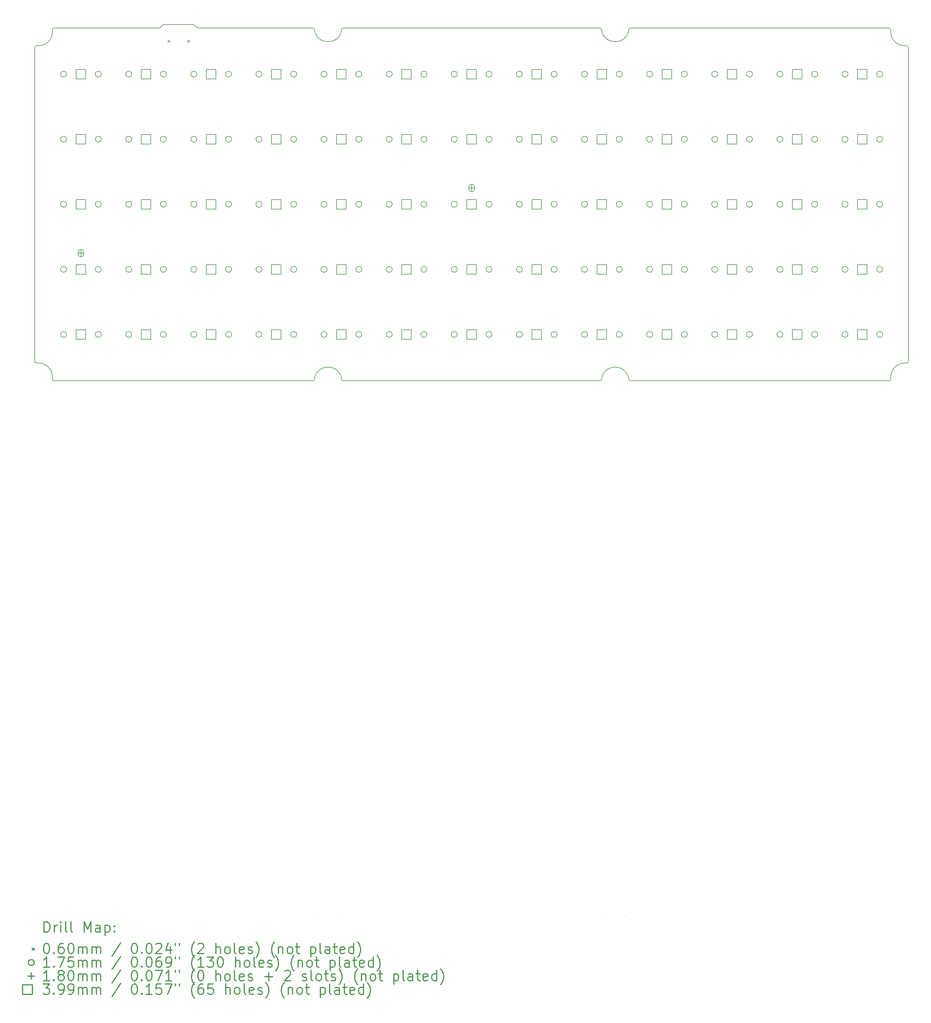
<source format=gbr>
%FSLAX45Y45*%
G04 Gerber Fmt 4.5, Leading zero omitted, Abs format (unit mm)*
G04 Created by KiCad (PCBNEW 5.1.9+dfsg1-1) date 2021-12-29 06:26:32*
%MOMM*%
%LPD*%
G01*
G04 APERTURE LIST*
%TA.AperFunction,Profile*%
%ADD10C,0.200000*%
%TD*%
%ADD11C,0.200000*%
%ADD12C,0.300000*%
G04 APERTURE END LIST*
D10*
X18514479Y-13103060D02*
X11008906Y-13103060D01*
X19408906Y-2778060D02*
X26977035Y-2778060D01*
X27027035Y-12985903D02*
X27027035Y-13053060D01*
X27027035Y-12985903D02*
G75*
G02*
X27427035Y-12585903I400000J0D01*
G01*
X27494193Y-12585903D02*
X27427035Y-12585903D01*
X27544193Y-12535903D02*
G75*
G02*
X27494193Y-12585903I-50000J0D01*
G01*
X19359216Y-2822504D02*
G75*
G02*
X18564170Y-2822504I-397523J44444D01*
G01*
X5668482Y-2748771D02*
X5739193Y-2678060D01*
X10114479Y-2778060D02*
G75*
G02*
X10164170Y-2822504I0J-50000D01*
G01*
X27494193Y-3295217D02*
G75*
G02*
X27544193Y-3345217I0J-50000D01*
G01*
X11008906Y-2778060D02*
X18514479Y-2778060D01*
X6639193Y-2678060D02*
X6709903Y-2748771D01*
X19408906Y-13103060D02*
G75*
G02*
X19359216Y-13058615I0J50000D01*
G01*
X26977035Y-13103060D02*
X19408906Y-13103060D01*
X19359216Y-2822504D02*
G75*
G02*
X19408906Y-2778060I49690J-5556D01*
G01*
X2496350Y-2895217D02*
G75*
G02*
X2096350Y-3295217I-400000J0D01*
G01*
X2096350Y-12585903D02*
X2029193Y-12585903D01*
X27544193Y-3345217D02*
X27544193Y-12535903D01*
X10255343Y-28767900D02*
X10255343Y-28767900D01*
X19255343Y-28767900D02*
X19255343Y-28767900D01*
X10855343Y-28767900D02*
X10855343Y-28767900D01*
X10959216Y-2822504D02*
G75*
G02*
X10164170Y-2822504I-397523J44444D01*
G01*
X10164170Y-13058616D02*
G75*
G02*
X10114479Y-13103060I-49690J5556D01*
G01*
X27427035Y-3295217D02*
X27494193Y-3295217D01*
X1979193Y-12535903D02*
X1979193Y-3345217D01*
X2496350Y-13053060D02*
X2496350Y-12985903D01*
X10114479Y-13103060D02*
X2546350Y-13103060D01*
X18514479Y-2778060D02*
G75*
G02*
X18564170Y-2822504I0J-50000D01*
G01*
X11008906Y-13103060D02*
G75*
G02*
X10959216Y-13058615I0J50000D01*
G01*
X18564170Y-13058616D02*
G75*
G02*
X19359216Y-13058615I397523J-44444D01*
G01*
X27027035Y-13053060D02*
G75*
G02*
X26977035Y-13103060I-50000J0D01*
G01*
X2029193Y-12585903D02*
G75*
G02*
X1979193Y-12535903I0J50000D01*
G01*
X2096350Y-12585903D02*
G75*
G02*
X2496350Y-12985903I0J-400000D01*
G01*
X2496350Y-2895217D02*
X2496350Y-2828060D01*
X2496350Y-2828060D02*
G75*
G02*
X2546350Y-2778060I50000J0D01*
G01*
X2029193Y-3295217D02*
X2096350Y-3295217D01*
X1979193Y-3345217D02*
G75*
G02*
X2029193Y-3295217I50000J0D01*
G01*
X5739193Y-2678060D02*
X6639193Y-2678060D01*
X10164170Y-13058616D02*
G75*
G02*
X10959216Y-13058615I397523J-44444D01*
G01*
X5668482Y-2748771D02*
G75*
G02*
X5597771Y-2778060I-70711J70711D01*
G01*
X10959216Y-2822504D02*
G75*
G02*
X11008906Y-2778060I49690J-5556D01*
G01*
X18564170Y-13058616D02*
G75*
G02*
X18514479Y-13103060I-49690J5556D01*
G01*
X2546350Y-2778060D02*
X5597771Y-2778060D01*
X6780614Y-2778060D02*
G75*
G02*
X6709903Y-2748771I0J100000D01*
G01*
X26977035Y-2778060D02*
G75*
G02*
X27027035Y-2828060I0J-50000D01*
G01*
X27027035Y-2828060D02*
X27027035Y-2895217D01*
X6780614Y-2778060D02*
X10114479Y-2778060D01*
X27427035Y-3295217D02*
G75*
G02*
X27027035Y-2895217I0J400000D01*
G01*
X18655343Y-28767900D02*
X18655343Y-28767900D01*
X2546350Y-13103060D02*
G75*
G02*
X2496350Y-13053060I0J50000D01*
G01*
D11*
X5872250Y-3137600D02*
X5932250Y-3197600D01*
X5932250Y-3137600D02*
X5872250Y-3197600D01*
X6450250Y-3137600D02*
X6510250Y-3197600D01*
X6510250Y-3137600D02*
X6450250Y-3197600D01*
X2913250Y-4127500D02*
G75*
G03*
X2913250Y-4127500I-87500J0D01*
G01*
X2913250Y-6032500D02*
G75*
G03*
X2913250Y-6032500I-87500J0D01*
G01*
X2913250Y-7937500D02*
G75*
G03*
X2913250Y-7937500I-87500J0D01*
G01*
X2913250Y-9842500D02*
G75*
G03*
X2913250Y-9842500I-87500J0D01*
G01*
X2913250Y-11747500D02*
G75*
G03*
X2913250Y-11747500I-87500J0D01*
G01*
X3929250Y-4127500D02*
G75*
G03*
X3929250Y-4127500I-87500J0D01*
G01*
X3929250Y-6032500D02*
G75*
G03*
X3929250Y-6032500I-87500J0D01*
G01*
X3929250Y-7937500D02*
G75*
G03*
X3929250Y-7937500I-87500J0D01*
G01*
X3929250Y-9842500D02*
G75*
G03*
X3929250Y-9842500I-87500J0D01*
G01*
X3929250Y-11747500D02*
G75*
G03*
X3929250Y-11747500I-87500J0D01*
G01*
X4818250Y-4127500D02*
G75*
G03*
X4818250Y-4127500I-87500J0D01*
G01*
X4818250Y-6032500D02*
G75*
G03*
X4818250Y-6032500I-87500J0D01*
G01*
X4818250Y-7937500D02*
G75*
G03*
X4818250Y-7937500I-87500J0D01*
G01*
X4818250Y-9842500D02*
G75*
G03*
X4818250Y-9842500I-87500J0D01*
G01*
X4818250Y-11747500D02*
G75*
G03*
X4818250Y-11747500I-87500J0D01*
G01*
X5834250Y-4127500D02*
G75*
G03*
X5834250Y-4127500I-87500J0D01*
G01*
X5834250Y-6032500D02*
G75*
G03*
X5834250Y-6032500I-87500J0D01*
G01*
X5834250Y-7937500D02*
G75*
G03*
X5834250Y-7937500I-87500J0D01*
G01*
X5834250Y-9842500D02*
G75*
G03*
X5834250Y-9842500I-87500J0D01*
G01*
X5834250Y-11747500D02*
G75*
G03*
X5834250Y-11747500I-87500J0D01*
G01*
X6723250Y-4127500D02*
G75*
G03*
X6723250Y-4127500I-87500J0D01*
G01*
X6723250Y-6032500D02*
G75*
G03*
X6723250Y-6032500I-87500J0D01*
G01*
X6723250Y-7937500D02*
G75*
G03*
X6723250Y-7937500I-87500J0D01*
G01*
X6723250Y-9842500D02*
G75*
G03*
X6723250Y-9842500I-87500J0D01*
G01*
X6723250Y-11747500D02*
G75*
G03*
X6723250Y-11747500I-87500J0D01*
G01*
X7739250Y-4127500D02*
G75*
G03*
X7739250Y-4127500I-87500J0D01*
G01*
X7739250Y-6032500D02*
G75*
G03*
X7739250Y-6032500I-87500J0D01*
G01*
X7739250Y-7937500D02*
G75*
G03*
X7739250Y-7937500I-87500J0D01*
G01*
X7739250Y-9842500D02*
G75*
G03*
X7739250Y-9842500I-87500J0D01*
G01*
X7739250Y-11747500D02*
G75*
G03*
X7739250Y-11747500I-87500J0D01*
G01*
X8628250Y-4127500D02*
G75*
G03*
X8628250Y-4127500I-87500J0D01*
G01*
X8628250Y-6032500D02*
G75*
G03*
X8628250Y-6032500I-87500J0D01*
G01*
X8628250Y-7937500D02*
G75*
G03*
X8628250Y-7937500I-87500J0D01*
G01*
X8628250Y-9842500D02*
G75*
G03*
X8628250Y-9842500I-87500J0D01*
G01*
X8628250Y-11747500D02*
G75*
G03*
X8628250Y-11747500I-87500J0D01*
G01*
X9644250Y-4127500D02*
G75*
G03*
X9644250Y-4127500I-87500J0D01*
G01*
X9644250Y-6032500D02*
G75*
G03*
X9644250Y-6032500I-87500J0D01*
G01*
X9644250Y-7937500D02*
G75*
G03*
X9644250Y-7937500I-87500J0D01*
G01*
X9644250Y-9842500D02*
G75*
G03*
X9644250Y-9842500I-87500J0D01*
G01*
X9644250Y-11747500D02*
G75*
G03*
X9644250Y-11747500I-87500J0D01*
G01*
X10533250Y-4127500D02*
G75*
G03*
X10533250Y-4127500I-87500J0D01*
G01*
X10533250Y-6032500D02*
G75*
G03*
X10533250Y-6032500I-87500J0D01*
G01*
X10533250Y-7937500D02*
G75*
G03*
X10533250Y-7937500I-87500J0D01*
G01*
X10533250Y-9842500D02*
G75*
G03*
X10533250Y-9842500I-87500J0D01*
G01*
X10533250Y-11747500D02*
G75*
G03*
X10533250Y-11747500I-87500J0D01*
G01*
X11549250Y-4127500D02*
G75*
G03*
X11549250Y-4127500I-87500J0D01*
G01*
X11549250Y-6032500D02*
G75*
G03*
X11549250Y-6032500I-87500J0D01*
G01*
X11549250Y-7937500D02*
G75*
G03*
X11549250Y-7937500I-87500J0D01*
G01*
X11549250Y-9842500D02*
G75*
G03*
X11549250Y-9842500I-87500J0D01*
G01*
X11549250Y-11747500D02*
G75*
G03*
X11549250Y-11747500I-87500J0D01*
G01*
X12438250Y-4127500D02*
G75*
G03*
X12438250Y-4127500I-87500J0D01*
G01*
X12438250Y-6032500D02*
G75*
G03*
X12438250Y-6032500I-87500J0D01*
G01*
X12438250Y-7937500D02*
G75*
G03*
X12438250Y-7937500I-87500J0D01*
G01*
X12438250Y-9842500D02*
G75*
G03*
X12438250Y-9842500I-87500J0D01*
G01*
X12438250Y-11747500D02*
G75*
G03*
X12438250Y-11747500I-87500J0D01*
G01*
X13454250Y-4127500D02*
G75*
G03*
X13454250Y-4127500I-87500J0D01*
G01*
X13454250Y-6032500D02*
G75*
G03*
X13454250Y-6032500I-87500J0D01*
G01*
X13454250Y-7937500D02*
G75*
G03*
X13454250Y-7937500I-87500J0D01*
G01*
X13454250Y-9842500D02*
G75*
G03*
X13454250Y-9842500I-87500J0D01*
G01*
X13454250Y-11747500D02*
G75*
G03*
X13454250Y-11747500I-87500J0D01*
G01*
X14343250Y-4127500D02*
G75*
G03*
X14343250Y-4127500I-87500J0D01*
G01*
X14343250Y-6032500D02*
G75*
G03*
X14343250Y-6032500I-87500J0D01*
G01*
X14343250Y-7937500D02*
G75*
G03*
X14343250Y-7937500I-87500J0D01*
G01*
X14343250Y-9842500D02*
G75*
G03*
X14343250Y-9842500I-87500J0D01*
G01*
X14343250Y-11747500D02*
G75*
G03*
X14343250Y-11747500I-87500J0D01*
G01*
X15359250Y-4127500D02*
G75*
G03*
X15359250Y-4127500I-87500J0D01*
G01*
X15359250Y-6032500D02*
G75*
G03*
X15359250Y-6032500I-87500J0D01*
G01*
X15359250Y-7937500D02*
G75*
G03*
X15359250Y-7937500I-87500J0D01*
G01*
X15359250Y-9842500D02*
G75*
G03*
X15359250Y-9842500I-87500J0D01*
G01*
X15359250Y-11747500D02*
G75*
G03*
X15359250Y-11747500I-87500J0D01*
G01*
X16248250Y-4127500D02*
G75*
G03*
X16248250Y-4127500I-87500J0D01*
G01*
X16248250Y-6032500D02*
G75*
G03*
X16248250Y-6032500I-87500J0D01*
G01*
X16248250Y-7937500D02*
G75*
G03*
X16248250Y-7937500I-87500J0D01*
G01*
X16248250Y-9842500D02*
G75*
G03*
X16248250Y-9842500I-87500J0D01*
G01*
X16248250Y-11747500D02*
G75*
G03*
X16248250Y-11747500I-87500J0D01*
G01*
X17264250Y-4127500D02*
G75*
G03*
X17264250Y-4127500I-87500J0D01*
G01*
X17264250Y-6032500D02*
G75*
G03*
X17264250Y-6032500I-87500J0D01*
G01*
X17264250Y-7937500D02*
G75*
G03*
X17264250Y-7937500I-87500J0D01*
G01*
X17264250Y-9842500D02*
G75*
G03*
X17264250Y-9842500I-87500J0D01*
G01*
X17264250Y-11747500D02*
G75*
G03*
X17264250Y-11747500I-87500J0D01*
G01*
X18153250Y-4127500D02*
G75*
G03*
X18153250Y-4127500I-87500J0D01*
G01*
X18153250Y-6032500D02*
G75*
G03*
X18153250Y-6032500I-87500J0D01*
G01*
X18153250Y-7937500D02*
G75*
G03*
X18153250Y-7937500I-87500J0D01*
G01*
X18153250Y-9842500D02*
G75*
G03*
X18153250Y-9842500I-87500J0D01*
G01*
X18153250Y-11747500D02*
G75*
G03*
X18153250Y-11747500I-87500J0D01*
G01*
X19169250Y-4127500D02*
G75*
G03*
X19169250Y-4127500I-87500J0D01*
G01*
X19169250Y-6032500D02*
G75*
G03*
X19169250Y-6032500I-87500J0D01*
G01*
X19169250Y-7937500D02*
G75*
G03*
X19169250Y-7937500I-87500J0D01*
G01*
X19169250Y-9842500D02*
G75*
G03*
X19169250Y-9842500I-87500J0D01*
G01*
X19169250Y-11747500D02*
G75*
G03*
X19169250Y-11747500I-87500J0D01*
G01*
X20058250Y-4127500D02*
G75*
G03*
X20058250Y-4127500I-87500J0D01*
G01*
X20058250Y-6032500D02*
G75*
G03*
X20058250Y-6032500I-87500J0D01*
G01*
X20058250Y-7937500D02*
G75*
G03*
X20058250Y-7937500I-87500J0D01*
G01*
X20058250Y-9842500D02*
G75*
G03*
X20058250Y-9842500I-87500J0D01*
G01*
X20058250Y-11747500D02*
G75*
G03*
X20058250Y-11747500I-87500J0D01*
G01*
X21074250Y-4127500D02*
G75*
G03*
X21074250Y-4127500I-87500J0D01*
G01*
X21074250Y-6032500D02*
G75*
G03*
X21074250Y-6032500I-87500J0D01*
G01*
X21074250Y-7937500D02*
G75*
G03*
X21074250Y-7937500I-87500J0D01*
G01*
X21074250Y-9842500D02*
G75*
G03*
X21074250Y-9842500I-87500J0D01*
G01*
X21074250Y-11747500D02*
G75*
G03*
X21074250Y-11747500I-87500J0D01*
G01*
X21963250Y-4127500D02*
G75*
G03*
X21963250Y-4127500I-87500J0D01*
G01*
X21963250Y-6032500D02*
G75*
G03*
X21963250Y-6032500I-87500J0D01*
G01*
X21963250Y-7937500D02*
G75*
G03*
X21963250Y-7937500I-87500J0D01*
G01*
X21963250Y-9842500D02*
G75*
G03*
X21963250Y-9842500I-87500J0D01*
G01*
X21963250Y-11747500D02*
G75*
G03*
X21963250Y-11747500I-87500J0D01*
G01*
X22979250Y-4127500D02*
G75*
G03*
X22979250Y-4127500I-87500J0D01*
G01*
X22979250Y-6032500D02*
G75*
G03*
X22979250Y-6032500I-87500J0D01*
G01*
X22979250Y-7937500D02*
G75*
G03*
X22979250Y-7937500I-87500J0D01*
G01*
X22979250Y-9842500D02*
G75*
G03*
X22979250Y-9842500I-87500J0D01*
G01*
X22979250Y-11747500D02*
G75*
G03*
X22979250Y-11747500I-87500J0D01*
G01*
X23868250Y-4127500D02*
G75*
G03*
X23868250Y-4127500I-87500J0D01*
G01*
X23868250Y-6032500D02*
G75*
G03*
X23868250Y-6032500I-87500J0D01*
G01*
X23868250Y-7937500D02*
G75*
G03*
X23868250Y-7937500I-87500J0D01*
G01*
X23868250Y-9842500D02*
G75*
G03*
X23868250Y-9842500I-87500J0D01*
G01*
X23868250Y-11747500D02*
G75*
G03*
X23868250Y-11747500I-87500J0D01*
G01*
X24884250Y-4127500D02*
G75*
G03*
X24884250Y-4127500I-87500J0D01*
G01*
X24884250Y-6032500D02*
G75*
G03*
X24884250Y-6032500I-87500J0D01*
G01*
X24884250Y-7937500D02*
G75*
G03*
X24884250Y-7937500I-87500J0D01*
G01*
X24884250Y-9842500D02*
G75*
G03*
X24884250Y-9842500I-87500J0D01*
G01*
X24884250Y-11747500D02*
G75*
G03*
X24884250Y-11747500I-87500J0D01*
G01*
X25773250Y-4127500D02*
G75*
G03*
X25773250Y-4127500I-87500J0D01*
G01*
X25773250Y-6032500D02*
G75*
G03*
X25773250Y-6032500I-87500J0D01*
G01*
X25773250Y-7937500D02*
G75*
G03*
X25773250Y-7937500I-87500J0D01*
G01*
X25773250Y-9842500D02*
G75*
G03*
X25773250Y-9842500I-87500J0D01*
G01*
X25773250Y-11747500D02*
G75*
G03*
X25773250Y-11747500I-87500J0D01*
G01*
X26789250Y-4127500D02*
G75*
G03*
X26789250Y-4127500I-87500J0D01*
G01*
X26789250Y-6032500D02*
G75*
G03*
X26789250Y-6032500I-87500J0D01*
G01*
X26789250Y-7937500D02*
G75*
G03*
X26789250Y-7937500I-87500J0D01*
G01*
X26789250Y-9842500D02*
G75*
G03*
X26789250Y-9842500I-87500J0D01*
G01*
X26789250Y-11747500D02*
G75*
G03*
X26789250Y-11747500I-87500J0D01*
G01*
X3333750Y-9276250D02*
X3333750Y-9456250D01*
X3243750Y-9366250D02*
X3423750Y-9366250D01*
X3253750Y-9336250D02*
X3253750Y-9396250D01*
X3413750Y-9336250D02*
X3413750Y-9396250D01*
X3253750Y-9396250D02*
G75*
G03*
X3413750Y-9396250I80000J0D01*
G01*
X3413750Y-9336250D02*
G75*
G03*
X3253750Y-9336250I-80000J0D01*
G01*
X14763750Y-7371250D02*
X14763750Y-7551250D01*
X14673750Y-7461250D02*
X14853750Y-7461250D01*
X14683750Y-7431250D02*
X14683750Y-7491250D01*
X14843750Y-7431250D02*
X14843750Y-7491250D01*
X14683750Y-7491250D02*
G75*
G03*
X14843750Y-7491250I80000J0D01*
G01*
X14843750Y-7431250D02*
G75*
G03*
X14683750Y-7431250I-80000J0D01*
G01*
X3474741Y-4268491D02*
X3474741Y-3986509D01*
X3192759Y-3986509D01*
X3192759Y-4268491D01*
X3474741Y-4268491D01*
X3474741Y-6173491D02*
X3474741Y-5891509D01*
X3192759Y-5891509D01*
X3192759Y-6173491D01*
X3474741Y-6173491D01*
X3474741Y-8078491D02*
X3474741Y-7796509D01*
X3192759Y-7796509D01*
X3192759Y-8078491D01*
X3474741Y-8078491D01*
X3474741Y-9983491D02*
X3474741Y-9701509D01*
X3192759Y-9701509D01*
X3192759Y-9983491D01*
X3474741Y-9983491D01*
X3474741Y-11888491D02*
X3474741Y-11606509D01*
X3192759Y-11606509D01*
X3192759Y-11888491D01*
X3474741Y-11888491D01*
X5379741Y-4268491D02*
X5379741Y-3986509D01*
X5097759Y-3986509D01*
X5097759Y-4268491D01*
X5379741Y-4268491D01*
X5379741Y-6173491D02*
X5379741Y-5891509D01*
X5097759Y-5891509D01*
X5097759Y-6173491D01*
X5379741Y-6173491D01*
X5379741Y-8078491D02*
X5379741Y-7796509D01*
X5097759Y-7796509D01*
X5097759Y-8078491D01*
X5379741Y-8078491D01*
X5379741Y-9983491D02*
X5379741Y-9701509D01*
X5097759Y-9701509D01*
X5097759Y-9983491D01*
X5379741Y-9983491D01*
X5379741Y-11888491D02*
X5379741Y-11606509D01*
X5097759Y-11606509D01*
X5097759Y-11888491D01*
X5379741Y-11888491D01*
X7284741Y-4268491D02*
X7284741Y-3986509D01*
X7002759Y-3986509D01*
X7002759Y-4268491D01*
X7284741Y-4268491D01*
X7284741Y-6173491D02*
X7284741Y-5891509D01*
X7002759Y-5891509D01*
X7002759Y-6173491D01*
X7284741Y-6173491D01*
X7284741Y-8078491D02*
X7284741Y-7796509D01*
X7002759Y-7796509D01*
X7002759Y-8078491D01*
X7284741Y-8078491D01*
X7284741Y-9983491D02*
X7284741Y-9701509D01*
X7002759Y-9701509D01*
X7002759Y-9983491D01*
X7284741Y-9983491D01*
X7284741Y-11888491D02*
X7284741Y-11606509D01*
X7002759Y-11606509D01*
X7002759Y-11888491D01*
X7284741Y-11888491D01*
X9189741Y-4268491D02*
X9189741Y-3986509D01*
X8907759Y-3986509D01*
X8907759Y-4268491D01*
X9189741Y-4268491D01*
X9189741Y-6173491D02*
X9189741Y-5891509D01*
X8907759Y-5891509D01*
X8907759Y-6173491D01*
X9189741Y-6173491D01*
X9189741Y-8078491D02*
X9189741Y-7796509D01*
X8907759Y-7796509D01*
X8907759Y-8078491D01*
X9189741Y-8078491D01*
X9189741Y-9983491D02*
X9189741Y-9701509D01*
X8907759Y-9701509D01*
X8907759Y-9983491D01*
X9189741Y-9983491D01*
X9189741Y-11888491D02*
X9189741Y-11606509D01*
X8907759Y-11606509D01*
X8907759Y-11888491D01*
X9189741Y-11888491D01*
X11094741Y-4268491D02*
X11094741Y-3986509D01*
X10812759Y-3986509D01*
X10812759Y-4268491D01*
X11094741Y-4268491D01*
X11094741Y-6173491D02*
X11094741Y-5891509D01*
X10812759Y-5891509D01*
X10812759Y-6173491D01*
X11094741Y-6173491D01*
X11094741Y-8078491D02*
X11094741Y-7796509D01*
X10812759Y-7796509D01*
X10812759Y-8078491D01*
X11094741Y-8078491D01*
X11094741Y-9983491D02*
X11094741Y-9701509D01*
X10812759Y-9701509D01*
X10812759Y-9983491D01*
X11094741Y-9983491D01*
X11094741Y-11888491D02*
X11094741Y-11606509D01*
X10812759Y-11606509D01*
X10812759Y-11888491D01*
X11094741Y-11888491D01*
X12999741Y-4268491D02*
X12999741Y-3986509D01*
X12717759Y-3986509D01*
X12717759Y-4268491D01*
X12999741Y-4268491D01*
X12999741Y-6173491D02*
X12999741Y-5891509D01*
X12717759Y-5891509D01*
X12717759Y-6173491D01*
X12999741Y-6173491D01*
X12999741Y-8078491D02*
X12999741Y-7796509D01*
X12717759Y-7796509D01*
X12717759Y-8078491D01*
X12999741Y-8078491D01*
X12999741Y-9983491D02*
X12999741Y-9701509D01*
X12717759Y-9701509D01*
X12717759Y-9983491D01*
X12999741Y-9983491D01*
X12999741Y-11888491D02*
X12999741Y-11606509D01*
X12717759Y-11606509D01*
X12717759Y-11888491D01*
X12999741Y-11888491D01*
X14904741Y-4268491D02*
X14904741Y-3986509D01*
X14622759Y-3986509D01*
X14622759Y-4268491D01*
X14904741Y-4268491D01*
X14904741Y-6173491D02*
X14904741Y-5891509D01*
X14622759Y-5891509D01*
X14622759Y-6173491D01*
X14904741Y-6173491D01*
X14904741Y-8078491D02*
X14904741Y-7796509D01*
X14622759Y-7796509D01*
X14622759Y-8078491D01*
X14904741Y-8078491D01*
X14904741Y-9983491D02*
X14904741Y-9701509D01*
X14622759Y-9701509D01*
X14622759Y-9983491D01*
X14904741Y-9983491D01*
X14904741Y-11888491D02*
X14904741Y-11606509D01*
X14622759Y-11606509D01*
X14622759Y-11888491D01*
X14904741Y-11888491D01*
X16809741Y-4268491D02*
X16809741Y-3986509D01*
X16527759Y-3986509D01*
X16527759Y-4268491D01*
X16809741Y-4268491D01*
X16809741Y-6173491D02*
X16809741Y-5891509D01*
X16527759Y-5891509D01*
X16527759Y-6173491D01*
X16809741Y-6173491D01*
X16809741Y-8078491D02*
X16809741Y-7796509D01*
X16527759Y-7796509D01*
X16527759Y-8078491D01*
X16809741Y-8078491D01*
X16809741Y-9983491D02*
X16809741Y-9701509D01*
X16527759Y-9701509D01*
X16527759Y-9983491D01*
X16809741Y-9983491D01*
X16809741Y-11888491D02*
X16809741Y-11606509D01*
X16527759Y-11606509D01*
X16527759Y-11888491D01*
X16809741Y-11888491D01*
X18714741Y-4268491D02*
X18714741Y-3986509D01*
X18432759Y-3986509D01*
X18432759Y-4268491D01*
X18714741Y-4268491D01*
X18714741Y-6173491D02*
X18714741Y-5891509D01*
X18432759Y-5891509D01*
X18432759Y-6173491D01*
X18714741Y-6173491D01*
X18714741Y-8078491D02*
X18714741Y-7796509D01*
X18432759Y-7796509D01*
X18432759Y-8078491D01*
X18714741Y-8078491D01*
X18714741Y-9983491D02*
X18714741Y-9701509D01*
X18432759Y-9701509D01*
X18432759Y-9983491D01*
X18714741Y-9983491D01*
X18714741Y-11888491D02*
X18714741Y-11606509D01*
X18432759Y-11606509D01*
X18432759Y-11888491D01*
X18714741Y-11888491D01*
X20619741Y-4268491D02*
X20619741Y-3986509D01*
X20337759Y-3986509D01*
X20337759Y-4268491D01*
X20619741Y-4268491D01*
X20619741Y-6173491D02*
X20619741Y-5891509D01*
X20337759Y-5891509D01*
X20337759Y-6173491D01*
X20619741Y-6173491D01*
X20619741Y-8078491D02*
X20619741Y-7796509D01*
X20337759Y-7796509D01*
X20337759Y-8078491D01*
X20619741Y-8078491D01*
X20619741Y-9983491D02*
X20619741Y-9701509D01*
X20337759Y-9701509D01*
X20337759Y-9983491D01*
X20619741Y-9983491D01*
X20619741Y-11888491D02*
X20619741Y-11606509D01*
X20337759Y-11606509D01*
X20337759Y-11888491D01*
X20619741Y-11888491D01*
X22524741Y-4268491D02*
X22524741Y-3986509D01*
X22242759Y-3986509D01*
X22242759Y-4268491D01*
X22524741Y-4268491D01*
X22524741Y-6173491D02*
X22524741Y-5891509D01*
X22242759Y-5891509D01*
X22242759Y-6173491D01*
X22524741Y-6173491D01*
X22524741Y-8078491D02*
X22524741Y-7796509D01*
X22242759Y-7796509D01*
X22242759Y-8078491D01*
X22524741Y-8078491D01*
X22524741Y-9983491D02*
X22524741Y-9701509D01*
X22242759Y-9701509D01*
X22242759Y-9983491D01*
X22524741Y-9983491D01*
X22524741Y-11888491D02*
X22524741Y-11606509D01*
X22242759Y-11606509D01*
X22242759Y-11888491D01*
X22524741Y-11888491D01*
X24429741Y-4268491D02*
X24429741Y-3986509D01*
X24147759Y-3986509D01*
X24147759Y-4268491D01*
X24429741Y-4268491D01*
X24429741Y-6173491D02*
X24429741Y-5891509D01*
X24147759Y-5891509D01*
X24147759Y-6173491D01*
X24429741Y-6173491D01*
X24429741Y-8078491D02*
X24429741Y-7796509D01*
X24147759Y-7796509D01*
X24147759Y-8078491D01*
X24429741Y-8078491D01*
X24429741Y-9983491D02*
X24429741Y-9701509D01*
X24147759Y-9701509D01*
X24147759Y-9983491D01*
X24429741Y-9983491D01*
X24429741Y-11888491D02*
X24429741Y-11606509D01*
X24147759Y-11606509D01*
X24147759Y-11888491D01*
X24429741Y-11888491D01*
X26334741Y-4268491D02*
X26334741Y-3986509D01*
X26052759Y-3986509D01*
X26052759Y-4268491D01*
X26334741Y-4268491D01*
X26334741Y-6173491D02*
X26334741Y-5891509D01*
X26052759Y-5891509D01*
X26052759Y-6173491D01*
X26334741Y-6173491D01*
X26334741Y-8078491D02*
X26334741Y-7796509D01*
X26052759Y-7796509D01*
X26052759Y-8078491D01*
X26334741Y-8078491D01*
X26334741Y-9983491D02*
X26334741Y-9701509D01*
X26052759Y-9701509D01*
X26052759Y-9983491D01*
X26334741Y-9983491D01*
X26334741Y-11888491D02*
X26334741Y-11606509D01*
X26052759Y-11606509D01*
X26052759Y-11888491D01*
X26334741Y-11888491D01*
D12*
X2255621Y-29243614D02*
X2255621Y-28943614D01*
X2327050Y-28943614D01*
X2369907Y-28957900D01*
X2398478Y-28986471D01*
X2412764Y-29015043D01*
X2427050Y-29072186D01*
X2427050Y-29115043D01*
X2412764Y-29172186D01*
X2398478Y-29200757D01*
X2369907Y-29229328D01*
X2327050Y-29243614D01*
X2255621Y-29243614D01*
X2555621Y-29243614D02*
X2555621Y-29043614D01*
X2555621Y-29100757D02*
X2569907Y-29072186D01*
X2584193Y-29057900D01*
X2612764Y-29043614D01*
X2641335Y-29043614D01*
X2741335Y-29243614D02*
X2741335Y-29043614D01*
X2741335Y-28943614D02*
X2727050Y-28957900D01*
X2741335Y-28972186D01*
X2755621Y-28957900D01*
X2741335Y-28943614D01*
X2741335Y-28972186D01*
X2927050Y-29243614D02*
X2898478Y-29229328D01*
X2884193Y-29200757D01*
X2884193Y-28943614D01*
X3084193Y-29243614D02*
X3055621Y-29229328D01*
X3041335Y-29200757D01*
X3041335Y-28943614D01*
X3427050Y-29243614D02*
X3427050Y-28943614D01*
X3527050Y-29157900D01*
X3627050Y-28943614D01*
X3627050Y-29243614D01*
X3898478Y-29243614D02*
X3898478Y-29086471D01*
X3884193Y-29057900D01*
X3855621Y-29043614D01*
X3798478Y-29043614D01*
X3769907Y-29057900D01*
X3898478Y-29229328D02*
X3869907Y-29243614D01*
X3798478Y-29243614D01*
X3769907Y-29229328D01*
X3755621Y-29200757D01*
X3755621Y-29172186D01*
X3769907Y-29143614D01*
X3798478Y-29129328D01*
X3869907Y-29129328D01*
X3898478Y-29115043D01*
X4041335Y-29043614D02*
X4041335Y-29343614D01*
X4041335Y-29057900D02*
X4069907Y-29043614D01*
X4127050Y-29043614D01*
X4155621Y-29057900D01*
X4169907Y-29072186D01*
X4184193Y-29100757D01*
X4184193Y-29186471D01*
X4169907Y-29215043D01*
X4155621Y-29229328D01*
X4127050Y-29243614D01*
X4069907Y-29243614D01*
X4041335Y-29229328D01*
X4312764Y-29215043D02*
X4327050Y-29229328D01*
X4312764Y-29243614D01*
X4298478Y-29229328D01*
X4312764Y-29215043D01*
X4312764Y-29243614D01*
X4312764Y-29057900D02*
X4327050Y-29072186D01*
X4312764Y-29086471D01*
X4298478Y-29072186D01*
X4312764Y-29057900D01*
X4312764Y-29086471D01*
X1909193Y-29707900D02*
X1969193Y-29767900D01*
X1969193Y-29707900D02*
X1909193Y-29767900D01*
X2312764Y-29573614D02*
X2341335Y-29573614D01*
X2369907Y-29587900D01*
X2384193Y-29602186D01*
X2398478Y-29630757D01*
X2412764Y-29687900D01*
X2412764Y-29759328D01*
X2398478Y-29816471D01*
X2384193Y-29845043D01*
X2369907Y-29859328D01*
X2341335Y-29873614D01*
X2312764Y-29873614D01*
X2284193Y-29859328D01*
X2269907Y-29845043D01*
X2255621Y-29816471D01*
X2241335Y-29759328D01*
X2241335Y-29687900D01*
X2255621Y-29630757D01*
X2269907Y-29602186D01*
X2284193Y-29587900D01*
X2312764Y-29573614D01*
X2541335Y-29845043D02*
X2555621Y-29859328D01*
X2541335Y-29873614D01*
X2527050Y-29859328D01*
X2541335Y-29845043D01*
X2541335Y-29873614D01*
X2812764Y-29573614D02*
X2755621Y-29573614D01*
X2727050Y-29587900D01*
X2712764Y-29602186D01*
X2684193Y-29645043D01*
X2669907Y-29702186D01*
X2669907Y-29816471D01*
X2684193Y-29845043D01*
X2698478Y-29859328D01*
X2727050Y-29873614D01*
X2784193Y-29873614D01*
X2812764Y-29859328D01*
X2827050Y-29845043D01*
X2841335Y-29816471D01*
X2841335Y-29745043D01*
X2827050Y-29716471D01*
X2812764Y-29702186D01*
X2784193Y-29687900D01*
X2727050Y-29687900D01*
X2698478Y-29702186D01*
X2684193Y-29716471D01*
X2669907Y-29745043D01*
X3027050Y-29573614D02*
X3055621Y-29573614D01*
X3084193Y-29587900D01*
X3098478Y-29602186D01*
X3112764Y-29630757D01*
X3127050Y-29687900D01*
X3127050Y-29759328D01*
X3112764Y-29816471D01*
X3098478Y-29845043D01*
X3084193Y-29859328D01*
X3055621Y-29873614D01*
X3027050Y-29873614D01*
X2998478Y-29859328D01*
X2984193Y-29845043D01*
X2969907Y-29816471D01*
X2955621Y-29759328D01*
X2955621Y-29687900D01*
X2969907Y-29630757D01*
X2984193Y-29602186D01*
X2998478Y-29587900D01*
X3027050Y-29573614D01*
X3255621Y-29873614D02*
X3255621Y-29673614D01*
X3255621Y-29702186D02*
X3269907Y-29687900D01*
X3298478Y-29673614D01*
X3341335Y-29673614D01*
X3369907Y-29687900D01*
X3384193Y-29716471D01*
X3384193Y-29873614D01*
X3384193Y-29716471D02*
X3398478Y-29687900D01*
X3427050Y-29673614D01*
X3469907Y-29673614D01*
X3498478Y-29687900D01*
X3512764Y-29716471D01*
X3512764Y-29873614D01*
X3655621Y-29873614D02*
X3655621Y-29673614D01*
X3655621Y-29702186D02*
X3669907Y-29687900D01*
X3698478Y-29673614D01*
X3741335Y-29673614D01*
X3769907Y-29687900D01*
X3784193Y-29716471D01*
X3784193Y-29873614D01*
X3784193Y-29716471D02*
X3798478Y-29687900D01*
X3827050Y-29673614D01*
X3869907Y-29673614D01*
X3898478Y-29687900D01*
X3912764Y-29716471D01*
X3912764Y-29873614D01*
X4498478Y-29559328D02*
X4241335Y-29945043D01*
X4884193Y-29573614D02*
X4912764Y-29573614D01*
X4941335Y-29587900D01*
X4955621Y-29602186D01*
X4969907Y-29630757D01*
X4984193Y-29687900D01*
X4984193Y-29759328D01*
X4969907Y-29816471D01*
X4955621Y-29845043D01*
X4941335Y-29859328D01*
X4912764Y-29873614D01*
X4884193Y-29873614D01*
X4855621Y-29859328D01*
X4841335Y-29845043D01*
X4827050Y-29816471D01*
X4812764Y-29759328D01*
X4812764Y-29687900D01*
X4827050Y-29630757D01*
X4841335Y-29602186D01*
X4855621Y-29587900D01*
X4884193Y-29573614D01*
X5112764Y-29845043D02*
X5127050Y-29859328D01*
X5112764Y-29873614D01*
X5098478Y-29859328D01*
X5112764Y-29845043D01*
X5112764Y-29873614D01*
X5312764Y-29573614D02*
X5341335Y-29573614D01*
X5369907Y-29587900D01*
X5384193Y-29602186D01*
X5398478Y-29630757D01*
X5412764Y-29687900D01*
X5412764Y-29759328D01*
X5398478Y-29816471D01*
X5384193Y-29845043D01*
X5369907Y-29859328D01*
X5341335Y-29873614D01*
X5312764Y-29873614D01*
X5284193Y-29859328D01*
X5269907Y-29845043D01*
X5255621Y-29816471D01*
X5241335Y-29759328D01*
X5241335Y-29687900D01*
X5255621Y-29630757D01*
X5269907Y-29602186D01*
X5284193Y-29587900D01*
X5312764Y-29573614D01*
X5527050Y-29602186D02*
X5541335Y-29587900D01*
X5569907Y-29573614D01*
X5641335Y-29573614D01*
X5669907Y-29587900D01*
X5684193Y-29602186D01*
X5698478Y-29630757D01*
X5698478Y-29659328D01*
X5684193Y-29702186D01*
X5512764Y-29873614D01*
X5698478Y-29873614D01*
X5955621Y-29673614D02*
X5955621Y-29873614D01*
X5884192Y-29559328D02*
X5812764Y-29773614D01*
X5998478Y-29773614D01*
X6098478Y-29573614D02*
X6098478Y-29630757D01*
X6212764Y-29573614D02*
X6212764Y-29630757D01*
X6655621Y-29987900D02*
X6641335Y-29973614D01*
X6612764Y-29930757D01*
X6598478Y-29902186D01*
X6584192Y-29859328D01*
X6569907Y-29787900D01*
X6569907Y-29730757D01*
X6584192Y-29659328D01*
X6598478Y-29616471D01*
X6612764Y-29587900D01*
X6641335Y-29545043D01*
X6655621Y-29530757D01*
X6755621Y-29602186D02*
X6769907Y-29587900D01*
X6798478Y-29573614D01*
X6869907Y-29573614D01*
X6898478Y-29587900D01*
X6912764Y-29602186D01*
X6927050Y-29630757D01*
X6927050Y-29659328D01*
X6912764Y-29702186D01*
X6741335Y-29873614D01*
X6927050Y-29873614D01*
X7284193Y-29873614D02*
X7284193Y-29573614D01*
X7412764Y-29873614D02*
X7412764Y-29716471D01*
X7398478Y-29687900D01*
X7369907Y-29673614D01*
X7327050Y-29673614D01*
X7298478Y-29687900D01*
X7284193Y-29702186D01*
X7598478Y-29873614D02*
X7569907Y-29859328D01*
X7555621Y-29845043D01*
X7541335Y-29816471D01*
X7541335Y-29730757D01*
X7555621Y-29702186D01*
X7569907Y-29687900D01*
X7598478Y-29673614D01*
X7641335Y-29673614D01*
X7669907Y-29687900D01*
X7684193Y-29702186D01*
X7698478Y-29730757D01*
X7698478Y-29816471D01*
X7684193Y-29845043D01*
X7669907Y-29859328D01*
X7641335Y-29873614D01*
X7598478Y-29873614D01*
X7869907Y-29873614D02*
X7841335Y-29859328D01*
X7827050Y-29830757D01*
X7827050Y-29573614D01*
X8098478Y-29859328D02*
X8069907Y-29873614D01*
X8012764Y-29873614D01*
X7984193Y-29859328D01*
X7969907Y-29830757D01*
X7969907Y-29716471D01*
X7984193Y-29687900D01*
X8012764Y-29673614D01*
X8069907Y-29673614D01*
X8098478Y-29687900D01*
X8112764Y-29716471D01*
X8112764Y-29745043D01*
X7969907Y-29773614D01*
X8227050Y-29859328D02*
X8255621Y-29873614D01*
X8312764Y-29873614D01*
X8341335Y-29859328D01*
X8355621Y-29830757D01*
X8355621Y-29816471D01*
X8341335Y-29787900D01*
X8312764Y-29773614D01*
X8269907Y-29773614D01*
X8241335Y-29759328D01*
X8227050Y-29730757D01*
X8227050Y-29716471D01*
X8241335Y-29687900D01*
X8269907Y-29673614D01*
X8312764Y-29673614D01*
X8341335Y-29687900D01*
X8455621Y-29987900D02*
X8469907Y-29973614D01*
X8498478Y-29930757D01*
X8512764Y-29902186D01*
X8527050Y-29859328D01*
X8541335Y-29787900D01*
X8541335Y-29730757D01*
X8527050Y-29659328D01*
X8512764Y-29616471D01*
X8498478Y-29587900D01*
X8469907Y-29545043D01*
X8455621Y-29530757D01*
X8998478Y-29987900D02*
X8984193Y-29973614D01*
X8955621Y-29930757D01*
X8941335Y-29902186D01*
X8927050Y-29859328D01*
X8912764Y-29787900D01*
X8912764Y-29730757D01*
X8927050Y-29659328D01*
X8941335Y-29616471D01*
X8955621Y-29587900D01*
X8984193Y-29545043D01*
X8998478Y-29530757D01*
X9112764Y-29673614D02*
X9112764Y-29873614D01*
X9112764Y-29702186D02*
X9127050Y-29687900D01*
X9155621Y-29673614D01*
X9198478Y-29673614D01*
X9227050Y-29687900D01*
X9241335Y-29716471D01*
X9241335Y-29873614D01*
X9427050Y-29873614D02*
X9398478Y-29859328D01*
X9384193Y-29845043D01*
X9369907Y-29816471D01*
X9369907Y-29730757D01*
X9384193Y-29702186D01*
X9398478Y-29687900D01*
X9427050Y-29673614D01*
X9469907Y-29673614D01*
X9498478Y-29687900D01*
X9512764Y-29702186D01*
X9527050Y-29730757D01*
X9527050Y-29816471D01*
X9512764Y-29845043D01*
X9498478Y-29859328D01*
X9469907Y-29873614D01*
X9427050Y-29873614D01*
X9612764Y-29673614D02*
X9727050Y-29673614D01*
X9655621Y-29573614D02*
X9655621Y-29830757D01*
X9669907Y-29859328D01*
X9698478Y-29873614D01*
X9727050Y-29873614D01*
X10055621Y-29673614D02*
X10055621Y-29973614D01*
X10055621Y-29687900D02*
X10084193Y-29673614D01*
X10141335Y-29673614D01*
X10169907Y-29687900D01*
X10184193Y-29702186D01*
X10198478Y-29730757D01*
X10198478Y-29816471D01*
X10184193Y-29845043D01*
X10169907Y-29859328D01*
X10141335Y-29873614D01*
X10084193Y-29873614D01*
X10055621Y-29859328D01*
X10369907Y-29873614D02*
X10341335Y-29859328D01*
X10327050Y-29830757D01*
X10327050Y-29573614D01*
X10612764Y-29873614D02*
X10612764Y-29716471D01*
X10598478Y-29687900D01*
X10569907Y-29673614D01*
X10512764Y-29673614D01*
X10484193Y-29687900D01*
X10612764Y-29859328D02*
X10584193Y-29873614D01*
X10512764Y-29873614D01*
X10484193Y-29859328D01*
X10469907Y-29830757D01*
X10469907Y-29802186D01*
X10484193Y-29773614D01*
X10512764Y-29759328D01*
X10584193Y-29759328D01*
X10612764Y-29745043D01*
X10712764Y-29673614D02*
X10827050Y-29673614D01*
X10755621Y-29573614D02*
X10755621Y-29830757D01*
X10769907Y-29859328D01*
X10798478Y-29873614D01*
X10827050Y-29873614D01*
X11041335Y-29859328D02*
X11012764Y-29873614D01*
X10955621Y-29873614D01*
X10927050Y-29859328D01*
X10912764Y-29830757D01*
X10912764Y-29716471D01*
X10927050Y-29687900D01*
X10955621Y-29673614D01*
X11012764Y-29673614D01*
X11041335Y-29687900D01*
X11055621Y-29716471D01*
X11055621Y-29745043D01*
X10912764Y-29773614D01*
X11312764Y-29873614D02*
X11312764Y-29573614D01*
X11312764Y-29859328D02*
X11284193Y-29873614D01*
X11227050Y-29873614D01*
X11198478Y-29859328D01*
X11184193Y-29845043D01*
X11169907Y-29816471D01*
X11169907Y-29730757D01*
X11184193Y-29702186D01*
X11198478Y-29687900D01*
X11227050Y-29673614D01*
X11284193Y-29673614D01*
X11312764Y-29687900D01*
X11427050Y-29987900D02*
X11441335Y-29973614D01*
X11469907Y-29930757D01*
X11484193Y-29902186D01*
X11498478Y-29859328D01*
X11512764Y-29787900D01*
X11512764Y-29730757D01*
X11498478Y-29659328D01*
X11484193Y-29616471D01*
X11469907Y-29587900D01*
X11441335Y-29545043D01*
X11427050Y-29530757D01*
X1969193Y-30133900D02*
G75*
G03*
X1969193Y-30133900I-87500J0D01*
G01*
X2412764Y-30269614D02*
X2241335Y-30269614D01*
X2327050Y-30269614D02*
X2327050Y-29969614D01*
X2298478Y-30012471D01*
X2269907Y-30041043D01*
X2241335Y-30055328D01*
X2541335Y-30241043D02*
X2555621Y-30255328D01*
X2541335Y-30269614D01*
X2527050Y-30255328D01*
X2541335Y-30241043D01*
X2541335Y-30269614D01*
X2655621Y-29969614D02*
X2855621Y-29969614D01*
X2727050Y-30269614D01*
X3112764Y-29969614D02*
X2969907Y-29969614D01*
X2955621Y-30112471D01*
X2969907Y-30098186D01*
X2998478Y-30083900D01*
X3069907Y-30083900D01*
X3098478Y-30098186D01*
X3112764Y-30112471D01*
X3127050Y-30141043D01*
X3127050Y-30212471D01*
X3112764Y-30241043D01*
X3098478Y-30255328D01*
X3069907Y-30269614D01*
X2998478Y-30269614D01*
X2969907Y-30255328D01*
X2955621Y-30241043D01*
X3255621Y-30269614D02*
X3255621Y-30069614D01*
X3255621Y-30098186D02*
X3269907Y-30083900D01*
X3298478Y-30069614D01*
X3341335Y-30069614D01*
X3369907Y-30083900D01*
X3384193Y-30112471D01*
X3384193Y-30269614D01*
X3384193Y-30112471D02*
X3398478Y-30083900D01*
X3427050Y-30069614D01*
X3469907Y-30069614D01*
X3498478Y-30083900D01*
X3512764Y-30112471D01*
X3512764Y-30269614D01*
X3655621Y-30269614D02*
X3655621Y-30069614D01*
X3655621Y-30098186D02*
X3669907Y-30083900D01*
X3698478Y-30069614D01*
X3741335Y-30069614D01*
X3769907Y-30083900D01*
X3784193Y-30112471D01*
X3784193Y-30269614D01*
X3784193Y-30112471D02*
X3798478Y-30083900D01*
X3827050Y-30069614D01*
X3869907Y-30069614D01*
X3898478Y-30083900D01*
X3912764Y-30112471D01*
X3912764Y-30269614D01*
X4498478Y-29955328D02*
X4241335Y-30341043D01*
X4884193Y-29969614D02*
X4912764Y-29969614D01*
X4941335Y-29983900D01*
X4955621Y-29998186D01*
X4969907Y-30026757D01*
X4984193Y-30083900D01*
X4984193Y-30155328D01*
X4969907Y-30212471D01*
X4955621Y-30241043D01*
X4941335Y-30255328D01*
X4912764Y-30269614D01*
X4884193Y-30269614D01*
X4855621Y-30255328D01*
X4841335Y-30241043D01*
X4827050Y-30212471D01*
X4812764Y-30155328D01*
X4812764Y-30083900D01*
X4827050Y-30026757D01*
X4841335Y-29998186D01*
X4855621Y-29983900D01*
X4884193Y-29969614D01*
X5112764Y-30241043D02*
X5127050Y-30255328D01*
X5112764Y-30269614D01*
X5098478Y-30255328D01*
X5112764Y-30241043D01*
X5112764Y-30269614D01*
X5312764Y-29969614D02*
X5341335Y-29969614D01*
X5369907Y-29983900D01*
X5384193Y-29998186D01*
X5398478Y-30026757D01*
X5412764Y-30083900D01*
X5412764Y-30155328D01*
X5398478Y-30212471D01*
X5384193Y-30241043D01*
X5369907Y-30255328D01*
X5341335Y-30269614D01*
X5312764Y-30269614D01*
X5284193Y-30255328D01*
X5269907Y-30241043D01*
X5255621Y-30212471D01*
X5241335Y-30155328D01*
X5241335Y-30083900D01*
X5255621Y-30026757D01*
X5269907Y-29998186D01*
X5284193Y-29983900D01*
X5312764Y-29969614D01*
X5669907Y-29969614D02*
X5612764Y-29969614D01*
X5584193Y-29983900D01*
X5569907Y-29998186D01*
X5541335Y-30041043D01*
X5527050Y-30098186D01*
X5527050Y-30212471D01*
X5541335Y-30241043D01*
X5555621Y-30255328D01*
X5584193Y-30269614D01*
X5641335Y-30269614D01*
X5669907Y-30255328D01*
X5684193Y-30241043D01*
X5698478Y-30212471D01*
X5698478Y-30141043D01*
X5684193Y-30112471D01*
X5669907Y-30098186D01*
X5641335Y-30083900D01*
X5584193Y-30083900D01*
X5555621Y-30098186D01*
X5541335Y-30112471D01*
X5527050Y-30141043D01*
X5841335Y-30269614D02*
X5898478Y-30269614D01*
X5927050Y-30255328D01*
X5941335Y-30241043D01*
X5969907Y-30198186D01*
X5984192Y-30141043D01*
X5984192Y-30026757D01*
X5969907Y-29998186D01*
X5955621Y-29983900D01*
X5927050Y-29969614D01*
X5869907Y-29969614D01*
X5841335Y-29983900D01*
X5827050Y-29998186D01*
X5812764Y-30026757D01*
X5812764Y-30098186D01*
X5827050Y-30126757D01*
X5841335Y-30141043D01*
X5869907Y-30155328D01*
X5927050Y-30155328D01*
X5955621Y-30141043D01*
X5969907Y-30126757D01*
X5984192Y-30098186D01*
X6098478Y-29969614D02*
X6098478Y-30026757D01*
X6212764Y-29969614D02*
X6212764Y-30026757D01*
X6655621Y-30383900D02*
X6641335Y-30369614D01*
X6612764Y-30326757D01*
X6598478Y-30298186D01*
X6584192Y-30255328D01*
X6569907Y-30183900D01*
X6569907Y-30126757D01*
X6584192Y-30055328D01*
X6598478Y-30012471D01*
X6612764Y-29983900D01*
X6641335Y-29941043D01*
X6655621Y-29926757D01*
X6927050Y-30269614D02*
X6755621Y-30269614D01*
X6841335Y-30269614D02*
X6841335Y-29969614D01*
X6812764Y-30012471D01*
X6784193Y-30041043D01*
X6755621Y-30055328D01*
X7027050Y-29969614D02*
X7212764Y-29969614D01*
X7112764Y-30083900D01*
X7155621Y-30083900D01*
X7184193Y-30098186D01*
X7198478Y-30112471D01*
X7212764Y-30141043D01*
X7212764Y-30212471D01*
X7198478Y-30241043D01*
X7184193Y-30255328D01*
X7155621Y-30269614D01*
X7069907Y-30269614D01*
X7041335Y-30255328D01*
X7027050Y-30241043D01*
X7398478Y-29969614D02*
X7427050Y-29969614D01*
X7455621Y-29983900D01*
X7469907Y-29998186D01*
X7484193Y-30026757D01*
X7498478Y-30083900D01*
X7498478Y-30155328D01*
X7484193Y-30212471D01*
X7469907Y-30241043D01*
X7455621Y-30255328D01*
X7427050Y-30269614D01*
X7398478Y-30269614D01*
X7369907Y-30255328D01*
X7355621Y-30241043D01*
X7341335Y-30212471D01*
X7327050Y-30155328D01*
X7327050Y-30083900D01*
X7341335Y-30026757D01*
X7355621Y-29998186D01*
X7369907Y-29983900D01*
X7398478Y-29969614D01*
X7855621Y-30269614D02*
X7855621Y-29969614D01*
X7984193Y-30269614D02*
X7984193Y-30112471D01*
X7969907Y-30083900D01*
X7941335Y-30069614D01*
X7898478Y-30069614D01*
X7869907Y-30083900D01*
X7855621Y-30098186D01*
X8169907Y-30269614D02*
X8141335Y-30255328D01*
X8127050Y-30241043D01*
X8112764Y-30212471D01*
X8112764Y-30126757D01*
X8127050Y-30098186D01*
X8141335Y-30083900D01*
X8169907Y-30069614D01*
X8212764Y-30069614D01*
X8241335Y-30083900D01*
X8255621Y-30098186D01*
X8269907Y-30126757D01*
X8269907Y-30212471D01*
X8255621Y-30241043D01*
X8241335Y-30255328D01*
X8212764Y-30269614D01*
X8169907Y-30269614D01*
X8441335Y-30269614D02*
X8412764Y-30255328D01*
X8398478Y-30226757D01*
X8398478Y-29969614D01*
X8669907Y-30255328D02*
X8641335Y-30269614D01*
X8584193Y-30269614D01*
X8555621Y-30255328D01*
X8541335Y-30226757D01*
X8541335Y-30112471D01*
X8555621Y-30083900D01*
X8584193Y-30069614D01*
X8641335Y-30069614D01*
X8669907Y-30083900D01*
X8684193Y-30112471D01*
X8684193Y-30141043D01*
X8541335Y-30169614D01*
X8798478Y-30255328D02*
X8827050Y-30269614D01*
X8884193Y-30269614D01*
X8912764Y-30255328D01*
X8927050Y-30226757D01*
X8927050Y-30212471D01*
X8912764Y-30183900D01*
X8884193Y-30169614D01*
X8841335Y-30169614D01*
X8812764Y-30155328D01*
X8798478Y-30126757D01*
X8798478Y-30112471D01*
X8812764Y-30083900D01*
X8841335Y-30069614D01*
X8884193Y-30069614D01*
X8912764Y-30083900D01*
X9027050Y-30383900D02*
X9041335Y-30369614D01*
X9069907Y-30326757D01*
X9084193Y-30298186D01*
X9098478Y-30255328D01*
X9112764Y-30183900D01*
X9112764Y-30126757D01*
X9098478Y-30055328D01*
X9084193Y-30012471D01*
X9069907Y-29983900D01*
X9041335Y-29941043D01*
X9027050Y-29926757D01*
X9569907Y-30383900D02*
X9555621Y-30369614D01*
X9527050Y-30326757D01*
X9512764Y-30298186D01*
X9498478Y-30255328D01*
X9484193Y-30183900D01*
X9484193Y-30126757D01*
X9498478Y-30055328D01*
X9512764Y-30012471D01*
X9527050Y-29983900D01*
X9555621Y-29941043D01*
X9569907Y-29926757D01*
X9684193Y-30069614D02*
X9684193Y-30269614D01*
X9684193Y-30098186D02*
X9698478Y-30083900D01*
X9727050Y-30069614D01*
X9769907Y-30069614D01*
X9798478Y-30083900D01*
X9812764Y-30112471D01*
X9812764Y-30269614D01*
X9998478Y-30269614D02*
X9969907Y-30255328D01*
X9955621Y-30241043D01*
X9941335Y-30212471D01*
X9941335Y-30126757D01*
X9955621Y-30098186D01*
X9969907Y-30083900D01*
X9998478Y-30069614D01*
X10041335Y-30069614D01*
X10069907Y-30083900D01*
X10084193Y-30098186D01*
X10098478Y-30126757D01*
X10098478Y-30212471D01*
X10084193Y-30241043D01*
X10069907Y-30255328D01*
X10041335Y-30269614D01*
X9998478Y-30269614D01*
X10184193Y-30069614D02*
X10298478Y-30069614D01*
X10227050Y-29969614D02*
X10227050Y-30226757D01*
X10241335Y-30255328D01*
X10269907Y-30269614D01*
X10298478Y-30269614D01*
X10627050Y-30069614D02*
X10627050Y-30369614D01*
X10627050Y-30083900D02*
X10655621Y-30069614D01*
X10712764Y-30069614D01*
X10741335Y-30083900D01*
X10755621Y-30098186D01*
X10769907Y-30126757D01*
X10769907Y-30212471D01*
X10755621Y-30241043D01*
X10741335Y-30255328D01*
X10712764Y-30269614D01*
X10655621Y-30269614D01*
X10627050Y-30255328D01*
X10941335Y-30269614D02*
X10912764Y-30255328D01*
X10898478Y-30226757D01*
X10898478Y-29969614D01*
X11184193Y-30269614D02*
X11184193Y-30112471D01*
X11169907Y-30083900D01*
X11141335Y-30069614D01*
X11084193Y-30069614D01*
X11055621Y-30083900D01*
X11184193Y-30255328D02*
X11155621Y-30269614D01*
X11084193Y-30269614D01*
X11055621Y-30255328D01*
X11041335Y-30226757D01*
X11041335Y-30198186D01*
X11055621Y-30169614D01*
X11084193Y-30155328D01*
X11155621Y-30155328D01*
X11184193Y-30141043D01*
X11284193Y-30069614D02*
X11398478Y-30069614D01*
X11327050Y-29969614D02*
X11327050Y-30226757D01*
X11341335Y-30255328D01*
X11369907Y-30269614D01*
X11398478Y-30269614D01*
X11612764Y-30255328D02*
X11584193Y-30269614D01*
X11527050Y-30269614D01*
X11498478Y-30255328D01*
X11484193Y-30226757D01*
X11484193Y-30112471D01*
X11498478Y-30083900D01*
X11527050Y-30069614D01*
X11584193Y-30069614D01*
X11612764Y-30083900D01*
X11627050Y-30112471D01*
X11627050Y-30141043D01*
X11484193Y-30169614D01*
X11884193Y-30269614D02*
X11884193Y-29969614D01*
X11884193Y-30255328D02*
X11855621Y-30269614D01*
X11798478Y-30269614D01*
X11769907Y-30255328D01*
X11755621Y-30241043D01*
X11741335Y-30212471D01*
X11741335Y-30126757D01*
X11755621Y-30098186D01*
X11769907Y-30083900D01*
X11798478Y-30069614D01*
X11855621Y-30069614D01*
X11884193Y-30083900D01*
X11998478Y-30383900D02*
X12012764Y-30369614D01*
X12041335Y-30326757D01*
X12055621Y-30298186D01*
X12069907Y-30255328D01*
X12084193Y-30183900D01*
X12084193Y-30126757D01*
X12069907Y-30055328D01*
X12055621Y-30012471D01*
X12041335Y-29983900D01*
X12012764Y-29941043D01*
X11998478Y-29926757D01*
X1879193Y-30439900D02*
X1879193Y-30619900D01*
X1789193Y-30529900D02*
X1969193Y-30529900D01*
X2412764Y-30665614D02*
X2241335Y-30665614D01*
X2327050Y-30665614D02*
X2327050Y-30365614D01*
X2298478Y-30408471D01*
X2269907Y-30437043D01*
X2241335Y-30451328D01*
X2541335Y-30637043D02*
X2555621Y-30651328D01*
X2541335Y-30665614D01*
X2527050Y-30651328D01*
X2541335Y-30637043D01*
X2541335Y-30665614D01*
X2727050Y-30494186D02*
X2698478Y-30479900D01*
X2684193Y-30465614D01*
X2669907Y-30437043D01*
X2669907Y-30422757D01*
X2684193Y-30394186D01*
X2698478Y-30379900D01*
X2727050Y-30365614D01*
X2784193Y-30365614D01*
X2812764Y-30379900D01*
X2827050Y-30394186D01*
X2841335Y-30422757D01*
X2841335Y-30437043D01*
X2827050Y-30465614D01*
X2812764Y-30479900D01*
X2784193Y-30494186D01*
X2727050Y-30494186D01*
X2698478Y-30508471D01*
X2684193Y-30522757D01*
X2669907Y-30551328D01*
X2669907Y-30608471D01*
X2684193Y-30637043D01*
X2698478Y-30651328D01*
X2727050Y-30665614D01*
X2784193Y-30665614D01*
X2812764Y-30651328D01*
X2827050Y-30637043D01*
X2841335Y-30608471D01*
X2841335Y-30551328D01*
X2827050Y-30522757D01*
X2812764Y-30508471D01*
X2784193Y-30494186D01*
X3027050Y-30365614D02*
X3055621Y-30365614D01*
X3084193Y-30379900D01*
X3098478Y-30394186D01*
X3112764Y-30422757D01*
X3127050Y-30479900D01*
X3127050Y-30551328D01*
X3112764Y-30608471D01*
X3098478Y-30637043D01*
X3084193Y-30651328D01*
X3055621Y-30665614D01*
X3027050Y-30665614D01*
X2998478Y-30651328D01*
X2984193Y-30637043D01*
X2969907Y-30608471D01*
X2955621Y-30551328D01*
X2955621Y-30479900D01*
X2969907Y-30422757D01*
X2984193Y-30394186D01*
X2998478Y-30379900D01*
X3027050Y-30365614D01*
X3255621Y-30665614D02*
X3255621Y-30465614D01*
X3255621Y-30494186D02*
X3269907Y-30479900D01*
X3298478Y-30465614D01*
X3341335Y-30465614D01*
X3369907Y-30479900D01*
X3384193Y-30508471D01*
X3384193Y-30665614D01*
X3384193Y-30508471D02*
X3398478Y-30479900D01*
X3427050Y-30465614D01*
X3469907Y-30465614D01*
X3498478Y-30479900D01*
X3512764Y-30508471D01*
X3512764Y-30665614D01*
X3655621Y-30665614D02*
X3655621Y-30465614D01*
X3655621Y-30494186D02*
X3669907Y-30479900D01*
X3698478Y-30465614D01*
X3741335Y-30465614D01*
X3769907Y-30479900D01*
X3784193Y-30508471D01*
X3784193Y-30665614D01*
X3784193Y-30508471D02*
X3798478Y-30479900D01*
X3827050Y-30465614D01*
X3869907Y-30465614D01*
X3898478Y-30479900D01*
X3912764Y-30508471D01*
X3912764Y-30665614D01*
X4498478Y-30351328D02*
X4241335Y-30737043D01*
X4884193Y-30365614D02*
X4912764Y-30365614D01*
X4941335Y-30379900D01*
X4955621Y-30394186D01*
X4969907Y-30422757D01*
X4984193Y-30479900D01*
X4984193Y-30551328D01*
X4969907Y-30608471D01*
X4955621Y-30637043D01*
X4941335Y-30651328D01*
X4912764Y-30665614D01*
X4884193Y-30665614D01*
X4855621Y-30651328D01*
X4841335Y-30637043D01*
X4827050Y-30608471D01*
X4812764Y-30551328D01*
X4812764Y-30479900D01*
X4827050Y-30422757D01*
X4841335Y-30394186D01*
X4855621Y-30379900D01*
X4884193Y-30365614D01*
X5112764Y-30637043D02*
X5127050Y-30651328D01*
X5112764Y-30665614D01*
X5098478Y-30651328D01*
X5112764Y-30637043D01*
X5112764Y-30665614D01*
X5312764Y-30365614D02*
X5341335Y-30365614D01*
X5369907Y-30379900D01*
X5384193Y-30394186D01*
X5398478Y-30422757D01*
X5412764Y-30479900D01*
X5412764Y-30551328D01*
X5398478Y-30608471D01*
X5384193Y-30637043D01*
X5369907Y-30651328D01*
X5341335Y-30665614D01*
X5312764Y-30665614D01*
X5284193Y-30651328D01*
X5269907Y-30637043D01*
X5255621Y-30608471D01*
X5241335Y-30551328D01*
X5241335Y-30479900D01*
X5255621Y-30422757D01*
X5269907Y-30394186D01*
X5284193Y-30379900D01*
X5312764Y-30365614D01*
X5512764Y-30365614D02*
X5712764Y-30365614D01*
X5584193Y-30665614D01*
X5984192Y-30665614D02*
X5812764Y-30665614D01*
X5898478Y-30665614D02*
X5898478Y-30365614D01*
X5869907Y-30408471D01*
X5841335Y-30437043D01*
X5812764Y-30451328D01*
X6098478Y-30365614D02*
X6098478Y-30422757D01*
X6212764Y-30365614D02*
X6212764Y-30422757D01*
X6655621Y-30779900D02*
X6641335Y-30765614D01*
X6612764Y-30722757D01*
X6598478Y-30694186D01*
X6584192Y-30651328D01*
X6569907Y-30579900D01*
X6569907Y-30522757D01*
X6584192Y-30451328D01*
X6598478Y-30408471D01*
X6612764Y-30379900D01*
X6641335Y-30337043D01*
X6655621Y-30322757D01*
X6827050Y-30365614D02*
X6855621Y-30365614D01*
X6884193Y-30379900D01*
X6898478Y-30394186D01*
X6912764Y-30422757D01*
X6927050Y-30479900D01*
X6927050Y-30551328D01*
X6912764Y-30608471D01*
X6898478Y-30637043D01*
X6884193Y-30651328D01*
X6855621Y-30665614D01*
X6827050Y-30665614D01*
X6798478Y-30651328D01*
X6784193Y-30637043D01*
X6769907Y-30608471D01*
X6755621Y-30551328D01*
X6755621Y-30479900D01*
X6769907Y-30422757D01*
X6784193Y-30394186D01*
X6798478Y-30379900D01*
X6827050Y-30365614D01*
X7284193Y-30665614D02*
X7284193Y-30365614D01*
X7412764Y-30665614D02*
X7412764Y-30508471D01*
X7398478Y-30479900D01*
X7369907Y-30465614D01*
X7327050Y-30465614D01*
X7298478Y-30479900D01*
X7284193Y-30494186D01*
X7598478Y-30665614D02*
X7569907Y-30651328D01*
X7555621Y-30637043D01*
X7541335Y-30608471D01*
X7541335Y-30522757D01*
X7555621Y-30494186D01*
X7569907Y-30479900D01*
X7598478Y-30465614D01*
X7641335Y-30465614D01*
X7669907Y-30479900D01*
X7684193Y-30494186D01*
X7698478Y-30522757D01*
X7698478Y-30608471D01*
X7684193Y-30637043D01*
X7669907Y-30651328D01*
X7641335Y-30665614D01*
X7598478Y-30665614D01*
X7869907Y-30665614D02*
X7841335Y-30651328D01*
X7827050Y-30622757D01*
X7827050Y-30365614D01*
X8098478Y-30651328D02*
X8069907Y-30665614D01*
X8012764Y-30665614D01*
X7984193Y-30651328D01*
X7969907Y-30622757D01*
X7969907Y-30508471D01*
X7984193Y-30479900D01*
X8012764Y-30465614D01*
X8069907Y-30465614D01*
X8098478Y-30479900D01*
X8112764Y-30508471D01*
X8112764Y-30537043D01*
X7969907Y-30565614D01*
X8227050Y-30651328D02*
X8255621Y-30665614D01*
X8312764Y-30665614D01*
X8341335Y-30651328D01*
X8355621Y-30622757D01*
X8355621Y-30608471D01*
X8341335Y-30579900D01*
X8312764Y-30565614D01*
X8269907Y-30565614D01*
X8241335Y-30551328D01*
X8227050Y-30522757D01*
X8227050Y-30508471D01*
X8241335Y-30479900D01*
X8269907Y-30465614D01*
X8312764Y-30465614D01*
X8341335Y-30479900D01*
X8712764Y-30551328D02*
X8941335Y-30551328D01*
X8827050Y-30665614D02*
X8827050Y-30437043D01*
X9298478Y-30394186D02*
X9312764Y-30379900D01*
X9341335Y-30365614D01*
X9412764Y-30365614D01*
X9441335Y-30379900D01*
X9455621Y-30394186D01*
X9469907Y-30422757D01*
X9469907Y-30451328D01*
X9455621Y-30494186D01*
X9284193Y-30665614D01*
X9469907Y-30665614D01*
X9812764Y-30651328D02*
X9841335Y-30665614D01*
X9898478Y-30665614D01*
X9927050Y-30651328D01*
X9941335Y-30622757D01*
X9941335Y-30608471D01*
X9927050Y-30579900D01*
X9898478Y-30565614D01*
X9855621Y-30565614D01*
X9827050Y-30551328D01*
X9812764Y-30522757D01*
X9812764Y-30508471D01*
X9827050Y-30479900D01*
X9855621Y-30465614D01*
X9898478Y-30465614D01*
X9927050Y-30479900D01*
X10112764Y-30665614D02*
X10084193Y-30651328D01*
X10069907Y-30622757D01*
X10069907Y-30365614D01*
X10269907Y-30665614D02*
X10241335Y-30651328D01*
X10227050Y-30637043D01*
X10212764Y-30608471D01*
X10212764Y-30522757D01*
X10227050Y-30494186D01*
X10241335Y-30479900D01*
X10269907Y-30465614D01*
X10312764Y-30465614D01*
X10341335Y-30479900D01*
X10355621Y-30494186D01*
X10369907Y-30522757D01*
X10369907Y-30608471D01*
X10355621Y-30637043D01*
X10341335Y-30651328D01*
X10312764Y-30665614D01*
X10269907Y-30665614D01*
X10455621Y-30465614D02*
X10569907Y-30465614D01*
X10498478Y-30365614D02*
X10498478Y-30622757D01*
X10512764Y-30651328D01*
X10541335Y-30665614D01*
X10569907Y-30665614D01*
X10655621Y-30651328D02*
X10684193Y-30665614D01*
X10741335Y-30665614D01*
X10769907Y-30651328D01*
X10784193Y-30622757D01*
X10784193Y-30608471D01*
X10769907Y-30579900D01*
X10741335Y-30565614D01*
X10698478Y-30565614D01*
X10669907Y-30551328D01*
X10655621Y-30522757D01*
X10655621Y-30508471D01*
X10669907Y-30479900D01*
X10698478Y-30465614D01*
X10741335Y-30465614D01*
X10769907Y-30479900D01*
X10884193Y-30779900D02*
X10898478Y-30765614D01*
X10927050Y-30722757D01*
X10941335Y-30694186D01*
X10955621Y-30651328D01*
X10969907Y-30579900D01*
X10969907Y-30522757D01*
X10955621Y-30451328D01*
X10941335Y-30408471D01*
X10927050Y-30379900D01*
X10898478Y-30337043D01*
X10884193Y-30322757D01*
X11427050Y-30779900D02*
X11412764Y-30765614D01*
X11384193Y-30722757D01*
X11369907Y-30694186D01*
X11355621Y-30651328D01*
X11341335Y-30579900D01*
X11341335Y-30522757D01*
X11355621Y-30451328D01*
X11369907Y-30408471D01*
X11384193Y-30379900D01*
X11412764Y-30337043D01*
X11427050Y-30322757D01*
X11541335Y-30465614D02*
X11541335Y-30665614D01*
X11541335Y-30494186D02*
X11555621Y-30479900D01*
X11584193Y-30465614D01*
X11627050Y-30465614D01*
X11655621Y-30479900D01*
X11669907Y-30508471D01*
X11669907Y-30665614D01*
X11855621Y-30665614D02*
X11827050Y-30651328D01*
X11812764Y-30637043D01*
X11798478Y-30608471D01*
X11798478Y-30522757D01*
X11812764Y-30494186D01*
X11827050Y-30479900D01*
X11855621Y-30465614D01*
X11898478Y-30465614D01*
X11927050Y-30479900D01*
X11941335Y-30494186D01*
X11955621Y-30522757D01*
X11955621Y-30608471D01*
X11941335Y-30637043D01*
X11927050Y-30651328D01*
X11898478Y-30665614D01*
X11855621Y-30665614D01*
X12041335Y-30465614D02*
X12155621Y-30465614D01*
X12084193Y-30365614D02*
X12084193Y-30622757D01*
X12098478Y-30651328D01*
X12127050Y-30665614D01*
X12155621Y-30665614D01*
X12484193Y-30465614D02*
X12484193Y-30765614D01*
X12484193Y-30479900D02*
X12512764Y-30465614D01*
X12569907Y-30465614D01*
X12598478Y-30479900D01*
X12612764Y-30494186D01*
X12627050Y-30522757D01*
X12627050Y-30608471D01*
X12612764Y-30637043D01*
X12598478Y-30651328D01*
X12569907Y-30665614D01*
X12512764Y-30665614D01*
X12484193Y-30651328D01*
X12798478Y-30665614D02*
X12769907Y-30651328D01*
X12755621Y-30622757D01*
X12755621Y-30365614D01*
X13041335Y-30665614D02*
X13041335Y-30508471D01*
X13027050Y-30479900D01*
X12998478Y-30465614D01*
X12941335Y-30465614D01*
X12912764Y-30479900D01*
X13041335Y-30651328D02*
X13012764Y-30665614D01*
X12941335Y-30665614D01*
X12912764Y-30651328D01*
X12898478Y-30622757D01*
X12898478Y-30594186D01*
X12912764Y-30565614D01*
X12941335Y-30551328D01*
X13012764Y-30551328D01*
X13041335Y-30537043D01*
X13141335Y-30465614D02*
X13255621Y-30465614D01*
X13184193Y-30365614D02*
X13184193Y-30622757D01*
X13198478Y-30651328D01*
X13227050Y-30665614D01*
X13255621Y-30665614D01*
X13469907Y-30651328D02*
X13441335Y-30665614D01*
X13384193Y-30665614D01*
X13355621Y-30651328D01*
X13341335Y-30622757D01*
X13341335Y-30508471D01*
X13355621Y-30479900D01*
X13384193Y-30465614D01*
X13441335Y-30465614D01*
X13469907Y-30479900D01*
X13484193Y-30508471D01*
X13484193Y-30537043D01*
X13341335Y-30565614D01*
X13741335Y-30665614D02*
X13741335Y-30365614D01*
X13741335Y-30651328D02*
X13712764Y-30665614D01*
X13655621Y-30665614D01*
X13627050Y-30651328D01*
X13612764Y-30637043D01*
X13598478Y-30608471D01*
X13598478Y-30522757D01*
X13612764Y-30494186D01*
X13627050Y-30479900D01*
X13655621Y-30465614D01*
X13712764Y-30465614D01*
X13741335Y-30479900D01*
X13855621Y-30779900D02*
X13869907Y-30765614D01*
X13898478Y-30722757D01*
X13912764Y-30694186D01*
X13927050Y-30651328D01*
X13941335Y-30579900D01*
X13941335Y-30522757D01*
X13927050Y-30451328D01*
X13912764Y-30408471D01*
X13898478Y-30379900D01*
X13869907Y-30337043D01*
X13855621Y-30322757D01*
X1910794Y-31066891D02*
X1910794Y-30784909D01*
X1628811Y-30784909D01*
X1628811Y-31066891D01*
X1910794Y-31066891D01*
X2227050Y-30761614D02*
X2412764Y-30761614D01*
X2312764Y-30875900D01*
X2355621Y-30875900D01*
X2384193Y-30890186D01*
X2398478Y-30904471D01*
X2412764Y-30933043D01*
X2412764Y-31004471D01*
X2398478Y-31033043D01*
X2384193Y-31047328D01*
X2355621Y-31061614D01*
X2269907Y-31061614D01*
X2241335Y-31047328D01*
X2227050Y-31033043D01*
X2541335Y-31033043D02*
X2555621Y-31047328D01*
X2541335Y-31061614D01*
X2527050Y-31047328D01*
X2541335Y-31033043D01*
X2541335Y-31061614D01*
X2698478Y-31061614D02*
X2755621Y-31061614D01*
X2784193Y-31047328D01*
X2798478Y-31033043D01*
X2827050Y-30990186D01*
X2841335Y-30933043D01*
X2841335Y-30818757D01*
X2827050Y-30790186D01*
X2812764Y-30775900D01*
X2784193Y-30761614D01*
X2727050Y-30761614D01*
X2698478Y-30775900D01*
X2684193Y-30790186D01*
X2669907Y-30818757D01*
X2669907Y-30890186D01*
X2684193Y-30918757D01*
X2698478Y-30933043D01*
X2727050Y-30947328D01*
X2784193Y-30947328D01*
X2812764Y-30933043D01*
X2827050Y-30918757D01*
X2841335Y-30890186D01*
X2984193Y-31061614D02*
X3041335Y-31061614D01*
X3069907Y-31047328D01*
X3084193Y-31033043D01*
X3112764Y-30990186D01*
X3127050Y-30933043D01*
X3127050Y-30818757D01*
X3112764Y-30790186D01*
X3098478Y-30775900D01*
X3069907Y-30761614D01*
X3012764Y-30761614D01*
X2984193Y-30775900D01*
X2969907Y-30790186D01*
X2955621Y-30818757D01*
X2955621Y-30890186D01*
X2969907Y-30918757D01*
X2984193Y-30933043D01*
X3012764Y-30947328D01*
X3069907Y-30947328D01*
X3098478Y-30933043D01*
X3112764Y-30918757D01*
X3127050Y-30890186D01*
X3255621Y-31061614D02*
X3255621Y-30861614D01*
X3255621Y-30890186D02*
X3269907Y-30875900D01*
X3298478Y-30861614D01*
X3341335Y-30861614D01*
X3369907Y-30875900D01*
X3384193Y-30904471D01*
X3384193Y-31061614D01*
X3384193Y-30904471D02*
X3398478Y-30875900D01*
X3427050Y-30861614D01*
X3469907Y-30861614D01*
X3498478Y-30875900D01*
X3512764Y-30904471D01*
X3512764Y-31061614D01*
X3655621Y-31061614D02*
X3655621Y-30861614D01*
X3655621Y-30890186D02*
X3669907Y-30875900D01*
X3698478Y-30861614D01*
X3741335Y-30861614D01*
X3769907Y-30875900D01*
X3784193Y-30904471D01*
X3784193Y-31061614D01*
X3784193Y-30904471D02*
X3798478Y-30875900D01*
X3827050Y-30861614D01*
X3869907Y-30861614D01*
X3898478Y-30875900D01*
X3912764Y-30904471D01*
X3912764Y-31061614D01*
X4498478Y-30747328D02*
X4241335Y-31133043D01*
X4884193Y-30761614D02*
X4912764Y-30761614D01*
X4941335Y-30775900D01*
X4955621Y-30790186D01*
X4969907Y-30818757D01*
X4984193Y-30875900D01*
X4984193Y-30947328D01*
X4969907Y-31004471D01*
X4955621Y-31033043D01*
X4941335Y-31047328D01*
X4912764Y-31061614D01*
X4884193Y-31061614D01*
X4855621Y-31047328D01*
X4841335Y-31033043D01*
X4827050Y-31004471D01*
X4812764Y-30947328D01*
X4812764Y-30875900D01*
X4827050Y-30818757D01*
X4841335Y-30790186D01*
X4855621Y-30775900D01*
X4884193Y-30761614D01*
X5112764Y-31033043D02*
X5127050Y-31047328D01*
X5112764Y-31061614D01*
X5098478Y-31047328D01*
X5112764Y-31033043D01*
X5112764Y-31061614D01*
X5412764Y-31061614D02*
X5241335Y-31061614D01*
X5327050Y-31061614D02*
X5327050Y-30761614D01*
X5298478Y-30804471D01*
X5269907Y-30833043D01*
X5241335Y-30847328D01*
X5684193Y-30761614D02*
X5541335Y-30761614D01*
X5527050Y-30904471D01*
X5541335Y-30890186D01*
X5569907Y-30875900D01*
X5641335Y-30875900D01*
X5669907Y-30890186D01*
X5684193Y-30904471D01*
X5698478Y-30933043D01*
X5698478Y-31004471D01*
X5684193Y-31033043D01*
X5669907Y-31047328D01*
X5641335Y-31061614D01*
X5569907Y-31061614D01*
X5541335Y-31047328D01*
X5527050Y-31033043D01*
X5798478Y-30761614D02*
X5998478Y-30761614D01*
X5869907Y-31061614D01*
X6098478Y-30761614D02*
X6098478Y-30818757D01*
X6212764Y-30761614D02*
X6212764Y-30818757D01*
X6655621Y-31175900D02*
X6641335Y-31161614D01*
X6612764Y-31118757D01*
X6598478Y-31090186D01*
X6584192Y-31047328D01*
X6569907Y-30975900D01*
X6569907Y-30918757D01*
X6584192Y-30847328D01*
X6598478Y-30804471D01*
X6612764Y-30775900D01*
X6641335Y-30733043D01*
X6655621Y-30718757D01*
X6898478Y-30761614D02*
X6841335Y-30761614D01*
X6812764Y-30775900D01*
X6798478Y-30790186D01*
X6769907Y-30833043D01*
X6755621Y-30890186D01*
X6755621Y-31004471D01*
X6769907Y-31033043D01*
X6784193Y-31047328D01*
X6812764Y-31061614D01*
X6869907Y-31061614D01*
X6898478Y-31047328D01*
X6912764Y-31033043D01*
X6927050Y-31004471D01*
X6927050Y-30933043D01*
X6912764Y-30904471D01*
X6898478Y-30890186D01*
X6869907Y-30875900D01*
X6812764Y-30875900D01*
X6784193Y-30890186D01*
X6769907Y-30904471D01*
X6755621Y-30933043D01*
X7198478Y-30761614D02*
X7055621Y-30761614D01*
X7041335Y-30904471D01*
X7055621Y-30890186D01*
X7084193Y-30875900D01*
X7155621Y-30875900D01*
X7184193Y-30890186D01*
X7198478Y-30904471D01*
X7212764Y-30933043D01*
X7212764Y-31004471D01*
X7198478Y-31033043D01*
X7184193Y-31047328D01*
X7155621Y-31061614D01*
X7084193Y-31061614D01*
X7055621Y-31047328D01*
X7041335Y-31033043D01*
X7569907Y-31061614D02*
X7569907Y-30761614D01*
X7698478Y-31061614D02*
X7698478Y-30904471D01*
X7684193Y-30875900D01*
X7655621Y-30861614D01*
X7612764Y-30861614D01*
X7584193Y-30875900D01*
X7569907Y-30890186D01*
X7884193Y-31061614D02*
X7855621Y-31047328D01*
X7841335Y-31033043D01*
X7827050Y-31004471D01*
X7827050Y-30918757D01*
X7841335Y-30890186D01*
X7855621Y-30875900D01*
X7884193Y-30861614D01*
X7927050Y-30861614D01*
X7955621Y-30875900D01*
X7969907Y-30890186D01*
X7984193Y-30918757D01*
X7984193Y-31004471D01*
X7969907Y-31033043D01*
X7955621Y-31047328D01*
X7927050Y-31061614D01*
X7884193Y-31061614D01*
X8155621Y-31061614D02*
X8127050Y-31047328D01*
X8112764Y-31018757D01*
X8112764Y-30761614D01*
X8384193Y-31047328D02*
X8355621Y-31061614D01*
X8298478Y-31061614D01*
X8269907Y-31047328D01*
X8255621Y-31018757D01*
X8255621Y-30904471D01*
X8269907Y-30875900D01*
X8298478Y-30861614D01*
X8355621Y-30861614D01*
X8384193Y-30875900D01*
X8398478Y-30904471D01*
X8398478Y-30933043D01*
X8255621Y-30961614D01*
X8512764Y-31047328D02*
X8541335Y-31061614D01*
X8598478Y-31061614D01*
X8627050Y-31047328D01*
X8641335Y-31018757D01*
X8641335Y-31004471D01*
X8627050Y-30975900D01*
X8598478Y-30961614D01*
X8555621Y-30961614D01*
X8527050Y-30947328D01*
X8512764Y-30918757D01*
X8512764Y-30904471D01*
X8527050Y-30875900D01*
X8555621Y-30861614D01*
X8598478Y-30861614D01*
X8627050Y-30875900D01*
X8741335Y-31175900D02*
X8755621Y-31161614D01*
X8784193Y-31118757D01*
X8798478Y-31090186D01*
X8812764Y-31047328D01*
X8827050Y-30975900D01*
X8827050Y-30918757D01*
X8812764Y-30847328D01*
X8798478Y-30804471D01*
X8784193Y-30775900D01*
X8755621Y-30733043D01*
X8741335Y-30718757D01*
X9284193Y-31175900D02*
X9269907Y-31161614D01*
X9241335Y-31118757D01*
X9227050Y-31090186D01*
X9212764Y-31047328D01*
X9198478Y-30975900D01*
X9198478Y-30918757D01*
X9212764Y-30847328D01*
X9227050Y-30804471D01*
X9241335Y-30775900D01*
X9269907Y-30733043D01*
X9284193Y-30718757D01*
X9398478Y-30861614D02*
X9398478Y-31061614D01*
X9398478Y-30890186D02*
X9412764Y-30875900D01*
X9441335Y-30861614D01*
X9484193Y-30861614D01*
X9512764Y-30875900D01*
X9527050Y-30904471D01*
X9527050Y-31061614D01*
X9712764Y-31061614D02*
X9684193Y-31047328D01*
X9669907Y-31033043D01*
X9655621Y-31004471D01*
X9655621Y-30918757D01*
X9669907Y-30890186D01*
X9684193Y-30875900D01*
X9712764Y-30861614D01*
X9755621Y-30861614D01*
X9784193Y-30875900D01*
X9798478Y-30890186D01*
X9812764Y-30918757D01*
X9812764Y-31004471D01*
X9798478Y-31033043D01*
X9784193Y-31047328D01*
X9755621Y-31061614D01*
X9712764Y-31061614D01*
X9898478Y-30861614D02*
X10012764Y-30861614D01*
X9941335Y-30761614D02*
X9941335Y-31018757D01*
X9955621Y-31047328D01*
X9984193Y-31061614D01*
X10012764Y-31061614D01*
X10341335Y-30861614D02*
X10341335Y-31161614D01*
X10341335Y-30875900D02*
X10369907Y-30861614D01*
X10427050Y-30861614D01*
X10455621Y-30875900D01*
X10469907Y-30890186D01*
X10484193Y-30918757D01*
X10484193Y-31004471D01*
X10469907Y-31033043D01*
X10455621Y-31047328D01*
X10427050Y-31061614D01*
X10369907Y-31061614D01*
X10341335Y-31047328D01*
X10655621Y-31061614D02*
X10627050Y-31047328D01*
X10612764Y-31018757D01*
X10612764Y-30761614D01*
X10898478Y-31061614D02*
X10898478Y-30904471D01*
X10884193Y-30875900D01*
X10855621Y-30861614D01*
X10798478Y-30861614D01*
X10769907Y-30875900D01*
X10898478Y-31047328D02*
X10869907Y-31061614D01*
X10798478Y-31061614D01*
X10769907Y-31047328D01*
X10755621Y-31018757D01*
X10755621Y-30990186D01*
X10769907Y-30961614D01*
X10798478Y-30947328D01*
X10869907Y-30947328D01*
X10898478Y-30933043D01*
X10998478Y-30861614D02*
X11112764Y-30861614D01*
X11041335Y-30761614D02*
X11041335Y-31018757D01*
X11055621Y-31047328D01*
X11084193Y-31061614D01*
X11112764Y-31061614D01*
X11327050Y-31047328D02*
X11298478Y-31061614D01*
X11241335Y-31061614D01*
X11212764Y-31047328D01*
X11198478Y-31018757D01*
X11198478Y-30904471D01*
X11212764Y-30875900D01*
X11241335Y-30861614D01*
X11298478Y-30861614D01*
X11327050Y-30875900D01*
X11341335Y-30904471D01*
X11341335Y-30933043D01*
X11198478Y-30961614D01*
X11598478Y-31061614D02*
X11598478Y-30761614D01*
X11598478Y-31047328D02*
X11569907Y-31061614D01*
X11512764Y-31061614D01*
X11484192Y-31047328D01*
X11469907Y-31033043D01*
X11455621Y-31004471D01*
X11455621Y-30918757D01*
X11469907Y-30890186D01*
X11484192Y-30875900D01*
X11512764Y-30861614D01*
X11569907Y-30861614D01*
X11598478Y-30875900D01*
X11712764Y-31175900D02*
X11727050Y-31161614D01*
X11755621Y-31118757D01*
X11769907Y-31090186D01*
X11784193Y-31047328D01*
X11798478Y-30975900D01*
X11798478Y-30918757D01*
X11784193Y-30847328D01*
X11769907Y-30804471D01*
X11755621Y-30775900D01*
X11727050Y-30733043D01*
X11712764Y-30718757D01*
M02*

</source>
